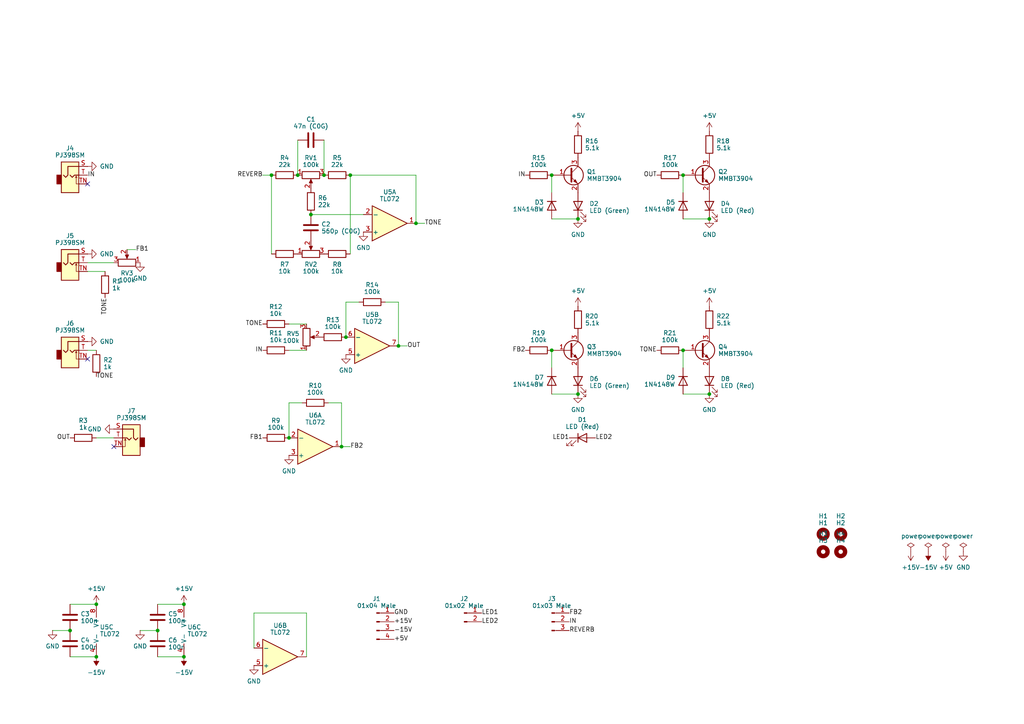
<source format=kicad_sch>
(kicad_sch (version 20211123) (generator "elektron")
  (paper "A4")
  (title_block (title "hall") (date "04-03-2023") (rev "1") (comment 1 "mount circuit") (comment 2 "module for a spring reverb tank.") (comment 4 "License CC BY 4.0 - Attribution 4.0 International"))
  (lib_symbols
    (symbol "Connector_Audio:AudioJack2_SwitchT"
      (property "Reference" "J" (at 0 8.89 0))
      (property "Value" "AudioJack2_SwitchT" (at 0 6.35 0))
      (symbol "AudioJack2_SwitchT_1_1"
        (pin passive line (at 5.08 2.54 180) (length 2.54) (name "~") (number "S"))
        (pin passive line (at 5.08 0 180) (length 2.54) (name "~") (number "T"))
        (pin passive line (at 5.08 -2.54 180) (length 2.54) (name "~") (number "TN"))
      )
    )
    (symbol "power:GND" (power) (pin_numbers hide) (pin_names (offset 0) hide)
      (property "Value" "GND" (at 0 -3.81 0))
      (symbol "GND_1_1"
        (pin power_in line (at 0 0 270) (length 0) (name "~") (number "1"))
      )
    )
    (symbol "Device:R_Potentiometer" (pin_names (offset 1.016) hide)
      (property "Reference" "RV" (at -4.445 0 90))
      (property "Value" "R_Potentiometer" (at -2.54 0 90))
      (symbol "R_Potentiometer_1_1"
        (pin passive line (at 0 3.81 270) (length 1.27) (name "1") (number "1"))
        (pin passive line (at 3.81 0 180) (length 1.27) (name "2") (number "2"))
        (pin passive line (at 0 -3.81 90) (length 1.27) (name "3") (number "3"))
      )
    )
    (symbol "Device:R" (pin_numbers hide) (pin_names (offset 0))
      (property "Reference" "R" (at 2.032 0 90))
      (property "Value" "R" (at 0 0 90))
      (symbol "R_1_1"
        (pin passive line (at 0 3.81 270) (length 1.27) (name "~") (number "1"))
        (pin passive line (at 0 -3.81 90) (length 1.27) (name "~") (number "2"))
      )
    )
    (symbol "Device:C" (pin_numbers hide) (pin_names (offset 0.254))
      (property "Reference" "C" (at 0.635 2.54 0))
      (property "Value" "C" (at 0.635 -2.54 0))
      (symbol "C_1_1"
        (pin passive line (at 0 3.81 270) (length 2.794) (name "~") (number "1"))
        (pin passive line (at 0 -3.81 90) (length 2.794) (name "~") (number "2"))
      )
    )
    (symbol "Amplifier_Operational:TL072" (pin_names (offset 0.127))
      (property "Reference" "U" (at 0 5.08 0))
      (property "Value" "TL072" (at 0 -5.08 0))
      (symbol TL072_1_1
        (pin output line (at 7.62 0 180) (length 2.54) (name "~") (number "1"))
        (pin input line (at -7.62 -2.54 0) (length 2.54) (name "-") (number "2"))
        (pin input line (at -7.62 2.54 0) (length 2.54) (name "+") (number "3"))
      )
      (symbol TL072_2_1
        (pin input line (at -7.62 2.54 0) (length 2.54) (name "+") (number "5"))
        (pin input line (at -7.62 -2.54 0) (length 2.54) (name "-") (number "6"))
        (pin output line (at 7.62 0 180) (length 2.54) (name "~") (number "7"))
      )
      (symbol TL072_3_1
        (pin power_in line (at -2.54 -7.62 90) (length 3.81) (name "V-") (number "4"))
        (pin power_in line (at -2.54 7.62 270) (length 3.81) (name "V+") (number "8"))
      )
    )
    (symbol "Device:LED" (pin_numbers hide) (pin_names (offset 1.016) hide)
      (property "Reference" "D" (at 0 2.54 0))
      (property "Value" "LED" (at 0 -2.54 0))
      (symbol "LED_1_1"
        (pin passive line (at -3.81 0 0) (length 2.54) (name "K") (number "1"))
        (pin passive line (at 3.81 0 180) (length 2.54) (name "A") (number "2"))
      )
    )
    (symbol "Transistor_BJT:MMBT3904" (pin_names (offset 0) hide)
      (property "Reference" "Q" (at 5.08 1.905 0))
      (property "Value" "MMBT3904" (at 5.08 0 0))
      (symbol MMBT3904_1_1
        (pin input line (at -5.08 0 0) (length 5.715) (name "B") (number "1"))
        (pin passive line (at 2.54 -5.08 90) (length 2.54) (name "E") (number "2"))
        (pin passive line (at 2.54 5.08 270) (length 2.54) (name "C") (number "3"))
      )
    )
    (symbol "power:+5V" (power) (pin_numbers hide) (pin_names (offset 0) hide)
      (property "Value" "+5V" (at 0 3.556 0))
      (symbol "+5V_1_1"
        (pin power_in line (at 0 0 90) (length 0) (name "~") (number "1"))
      )
    )
    (symbol "Diode:1N4148" (pin_numbers hide) (pin_names hide)
      (property "Reference" "D" (at 0 2.54 0))
      (property "Value" "1N4148" (at 0 -2.54 0))
      (symbol 1N4148_1_1
        (pin passive line (at -3.81 0 0) (length 2.54) (name "K") (number "1"))
        (pin passive line (at 3.81 0 180) (length 2.54) (name "A") (number "2"))
      )
    )
    (symbol "Connector:Conn_01x04_Pin" (pin_names (offset 1.016) hide)
      (property "Reference" "J" (at 0 5.08 0))
      (property "Value" "Conn_01x04_Pin" (at 0 -7.62 0))
      (symbol "Conn_01x04_Pin_1_1"
        (pin passive line (at 5.08 2.54 180) (length 3.81) (name "Pin_1") (number "1"))
        (pin passive line (at 5.08 0 180) (length 3.81) (name "Pin_2") (number "2"))
        (pin passive line (at 5.08 -2.54 180) (length 3.81) (name "Pin_3") (number "3"))
        (pin passive line (at 5.08 -5.08 180) (length 3.81) (name "Pin_4") (number "4"))
      )
    )
    (symbol "Connector:Conn_01x02_Pin" (pin_names (offset 1.016) hide)
      (property "Reference" "J" (at 0 2.54 0))
      (property "Value" "Conn_01x02_Pin" (at 0 -5.08 0))
      (symbol "Conn_01x02_Pin_1_1"
        (pin passive line (at 5.08 0 180) (length 3.81) (name "Pin_1") (number "1"))
        (pin passive line (at 5.08 -2.54 180) (length 3.81) (name "Pin_2") (number "2"))
      )
    )
    (symbol "Connector:Conn_01x03_Pin" (pin_names (offset 1.016) hide)
      (property "Reference" "J" (at 0 5.08 0))
      (property "Value" "Conn_01x03_Pin" (at 0 -5.08 0))
      (symbol "Conn_01x03_Pin_1_1"
        (pin passive line (at 5.08 2.54 180) (length 3.81) (name "Pin_1") (number "1"))
        (pin passive line (at 5.08 0 180) (length 3.81) (name "Pin_2") (number "2"))
        (pin passive line (at 5.08 -2.54 180) (length 3.81) (name "Pin_3") (number "3"))
      )
    )
    (symbol "power:+15V" (power) (pin_numbers hide) (pin_names (offset 0) hide)
      (property "Value" "+15V" (at 0 3.556 0))
      (symbol "+15V_1_1"
        (pin power_in line (at 0 0 90) (length 0) (name "~") (number "1"))
      )
    )
    (symbol "power:-15V" (power) (pin_numbers hide) (pin_names (offset 0) hide)
      (property "Value" "-15V" (at 0 3.556 0))
      (symbol "-15V_0_0"
        (pin power_in line (at 0 0 90) (length 0) (name "~") (number "1"))
      )
    )
    (symbol "power:PWR_FLAG" (power) (pin_numbers hide) (pin_names (offset 0) hide)
      (property "Value" "PWR_FLAG" (at 0 3.81 0))
      (symbol "PWR_FLAG_0_0"
        (pin power_out line (at 0 0 90) (length 0) (name "~") (number "1"))
      )
    )
    (symbol "Mechanical:MountingHole" (pin_names (offset 1.016)) (exclude_from_sim yes) (in_bom no)
      (property "Reference" "H" (at 0 5.08 0))
      (property "Value" "MountingHole" (at 0 3.175 0))
    )
  )
  (symbol (lib_id "Connector_Audio:AudioJack2_SwitchT") (at 20.32 50.8 0) (unit 1)
    (property "Reference" "J4" (at 20.32 42.99 0))
    (property "Value" "PJ398SM" (at 20.32 44.99 0))
    (property "Footprint" elektrophon:Jack_3.5mm_WQP-PJ398SM_Vertical (effects (hide yes) hide))
    (property "Description" "Audio Jack, 2 Poles (Mono / TS), Switched T Pole (Normalling)" (effects (hide yes)))
    (property "ki_keywords" "audio jack receptacle mono headphones phone TS connector" (effects (hide yes)))
    (property "ki_fp_filters" "Jack*" (effects (hide yes)))
  )
  (symbol (lib_id "power:GND") (at 25.4 48.26 90) (unit 1)
    (property "Reference" "GND" (effects (hide yes)))
    (property "Value" "GND" (at 28.94 48.260000000000005 -90) (effects (justify left)))
    (property "Description" "Power symbol creates a global label with name \"GND\" , ground" (effects (hide yes)))
    (property "ki_keywords" "global power" (effects (hide yes)))
  )
  (label "IN" (at 25.4 50.8 0))
  (no_connect (at 25.4 53.34))
  (symbol (lib_id "Connector_Audio:AudioJack2_SwitchT") (at 20.32 76.2 0) (unit 1)
    (property "Reference" "J5" (at 20.32 68.39 0))
    (property "Value" "PJ398SM" (at 20.32 70.39 0))
    (property "Footprint" elektrophon:Jack_3.5mm_WQP-PJ398SM_Vertical (effects (hide yes) hide))
    (property "Description" "Audio Jack, 2 Poles (Mono / TS), Switched T Pole (Normalling)" (effects (hide yes)))
    (property "ki_keywords" "audio jack receptacle mono headphones phone TS connector" (effects (hide yes)))
    (property "ki_fp_filters" "Jack*" (effects (hide yes)))
  )
  (symbol (lib_id "power:GND") (at 25.4 73.66 90) (unit 1)
    (property "Reference" "GND" (effects (hide yes)))
    (property "Value" "GND" (at 28.94 73.66 -90) (effects (justify left)))
    (property "Description" "Power symbol creates a global label with name \"GND\" , ground" (effects (hide yes)))
    (property "ki_keywords" "global power" (effects (hide yes)))
  )
  (wire (pts (xy 25.4 76.2) (xy 27.94 76.2)))
  (wire (pts (xy 27.94 76.2) (xy 33.02 76.2)))
  (symbol (lib_id "Device:R_Potentiometer") (at 36.83 76.2 90) (mirror y) (unit 1)
    (property "Reference" "RV3" (at 36.83 79.22 90))
    (property "Value" "100k" (at 36.83 81.22 90))
    (property "Footprint" elektrophon:Potentiometer_Alpha_RD901F-40-00D_Single_Vertical (effects (hide yes) hide))
    (property "Description" "Potentiometer" (effects (hide yes)))
    (property "ki_keywords" "resistor variable" (effects (hide yes)))
    (property "ki_fp_filters" "Potentiometer*" (effects (hide yes)))
    (property "Spice_Primitive" "X" (effects hide))
    (property "Spice_Model" "Potentiometer" (effects hide))
  )
  (wire (pts (xy 36.83 72.39) (xy 39.37 72.39)))
  (label "FB1" (at 39.37 72.39 0))
  (symbol (lib_id "power:GND") (at 40.64 76.2 0) (unit 1)
    (property "Reference" "GND" (effects (hide yes)))
    (property "Value" "GND" (at 40.64 80.74 0))
    (property "Description" "Power symbol creates a global label with name \"GND\" , ground" (effects (hide yes)))
    (property "ki_keywords" "global power" (effects (hide yes)))
  )
  (wire (pts (xy 25.4 78.74) (xy 30.48 78.74)))
  (symbol (lib_id "Device:R") (at 30.48 82.55 0) (unit 1)
    (property "Reference" "R1" (at 32.5 81.55 0) (effects (justify left)))
    (property "Value" "1k" (at 32.5 83.55 0) (effects (justify left)))
    (property "Footprint" Resistor_SMD:R_0805_2012Metric_Pad1.20x1.40mm_HandSolder (effects (hide yes) hide))
    (property "Description" "Resistor" (effects (hide yes)))
    (property "ki_keywords" "R res resistor" (effects (hide yes)))
    (property "ki_fp_filters" "R_*" (effects (hide yes)))
  )
  (label "TONE" (at 30.48 86.36 270))
  (symbol (lib_id "Connector_Audio:AudioJack2_SwitchT") (at 20.32 101.6 0) (unit 1)
    (property "Reference" "J6" (at 20.32 93.79 0))
    (property "Value" "PJ398SM" (at 20.32 95.79 0))
    (property "Footprint" elektrophon:Jack_3.5mm_WQP-PJ398SM_Vertical (effects (hide yes) hide))
    (property "Description" "Audio Jack, 2 Poles (Mono / TS), Switched T Pole (Normalling)" (effects (hide yes)))
    (property "ki_keywords" "audio jack receptacle mono headphones phone TS connector" (effects (hide yes)))
    (property "ki_fp_filters" "Jack*" (effects (hide yes)))
  )
  (symbol (lib_id "power:GND") (at 25.4 99.06 90) (unit 1)
    (property "Reference" "GND" (effects (hide yes)))
    (property "Value" "GND" (at 28.94 99.06 -90) (effects (justify left)))
    (property "Description" "Power symbol creates a global label with name \"GND\" , ground" (effects (hide yes)))
    (property "ki_keywords" "global power" (effects (hide yes)))
  )
  (wire (pts (xy 25.4 101.6) (xy 27.94 101.6)))
  (symbol (lib_id "Device:R") (at 27.94 105.41 0) (unit 1)
    (property "Reference" "R2" (at 29.96 104.41 0) (effects (justify left)))
    (property "Value" "1k" (at 29.96 106.41 0) (effects (justify left)))
    (property "Footprint" Resistor_SMD:R_0805_2012Metric_Pad1.20x1.40mm_HandSolder (effects (hide yes) hide))
    (property "Description" "Resistor" (effects (hide yes)))
    (property "ki_keywords" "R res resistor" (effects (hide yes)))
    (property "ki_fp_filters" "R_*" (effects (hide yes)))
  )
  (label "TONE" (at 27.94 109.22 0))
  (no_connect (at 25.4 104.14))
  (label "OUT" (at 20.32 127 180))
  (symbol (lib_id "Device:R") (at 24.13 127 90) (unit 1)
    (property "Reference" "R3" (at 24.13 121.98 -90))
    (property "Value" "1k" (at 24.13 123.98 -90))
    (property "Footprint" Resistor_SMD:R_0805_2012Metric_Pad1.20x1.40mm_HandSolder (effects (hide yes) hide))
    (property "Description" "Resistor" (effects (hide yes)))
    (property "ki_keywords" "R res resistor" (effects (hide yes)))
    (property "ki_fp_filters" "R_*" (effects (hide yes)))
  )
  (wire (pts (xy 27.94 127) (xy 33.02 127)))
  (symbol (lib_id "Connector_Audio:AudioJack2_SwitchT") (at 38.1 127 0) (mirror y) (unit 1)
    (property "Reference" "J7" (at 38.1 119.19 0))
    (property "Value" "PJ398SM" (at 38.1 121.19 0))
    (property "Footprint" elektrophon:Jack_3.5mm_WQP-PJ398SM_Vertical (effects (hide yes) hide))
    (property "Description" "Audio Jack, 2 Poles (Mono / TS), Switched T Pole (Normalling)" (effects (hide yes)))
    (property "ki_keywords" "audio jack receptacle mono headphones phone TS connector" (effects (hide yes)))
    (property "ki_fp_filters" "Jack*" (effects (hide yes)))
  )
  (symbol (lib_id "power:GND") (at 33.02 124.46 270) (unit 1)
    (property "Reference" "GND" (effects (hide yes)))
    (property "Value" "GND" (at 29.48 124.46000000000001 -270) (effects (justify right)))
    (property "Description" "Power symbol creates a global label with name \"GND\" , ground" (effects (hide yes)))
    (property "ki_keywords" "global power" (effects (hide yes)))
  )
  (no_connect (at 33.02 129.54))
  (label "REVERB" (at 76.2 50.8 180))
  (wire (pts (xy 76.2 50.8) (xy 78.74 50.8)))
  (junction (at 78.74 50.8))
  (symbol (lib_id "Device:R") (at 82.55 50.8 90) (unit 1)
    (property "Reference" "R4" (at 82.55 45.78 -90))
    (property "Value" "22k" (at 82.55 47.78 -90))
    (property "Footprint" Resistor_SMD:R_0805_2012Metric_Pad1.20x1.40mm_HandSolder (effects (hide yes) hide))
    (property "Description" "Resistor" (effects (hide yes)))
    (property "ki_keywords" "R res resistor" (effects (hide yes)))
    (property "ki_fp_filters" "R_*" (effects (hide yes)))
  )
  (junction (at 86.36 50.8))
  (symbol (lib_id "Device:R_Potentiometer") (at 90.17 50.8 90) (mirror x) (unit 1)
    (property "Reference" "RV1" (at 90.17 45.78 -90))
    (property "Value" "100k" (at 90.17 47.78 -90))
    (property "Footprint" elektrophon:Potentiometer_Alpha_RD901F-40-00D_Single_Vertical (effects (hide yes) hide))
    (property "Description" "Potentiometer" (effects (hide yes)))
    (property "ki_keywords" "resistor variable" (effects (hide yes)))
    (property "ki_fp_filters" "Potentiometer*" (effects (hide yes)))
    (property "Spice_Primitive" "X" (effects hide))
    (property "Spice_Netlist_Enabled" "Y" (effects hide))
    (property "Spice_Model" "Potentiometer" (effects hide))
  )
  (junction (at 93.98 50.8))
  (wire (pts (xy 93.98 50.8) (xy 93.98 40.64)))
  (wire (pts (xy 93.98 40.64) (xy 93.98 40.64)))
  (wire (pts (xy 86.36 40.64) (xy 86.36 40.64)))
  (symbol (lib_id "Device:C") (at 90.17 40.64 270) (unit 1)
    (property "Reference" "C1" (at 90.17 34.61 -270))
    (property "Value" "47n (C0G)" (at 90.17 36.61 -270))
    (property "Footprint" Capacitor_SMD:C_0805_2012Metric_Pad1.18x1.45mm_HandSolder (effects (hide yes) hide))
    (property "Description" "Unpolarized capacitor" (effects (hide yes)))
    (property "ki_keywords" "cap capacitor" (effects (hide yes)))
    (property "ki_fp_filters" "C_*" (effects (hide yes)))
  )
  (wire (pts (xy 86.36 40.64) (xy 86.36 50.8)))
  (symbol (lib_id "Device:R") (at 97.79 50.8 90) (unit 1)
    (property "Reference" "R5" (at 97.79 45.78 -90))
    (property "Value" "22k" (at 97.79 47.78 -90))
    (property "Footprint" Resistor_SMD:R_0805_2012Metric_Pad1.20x1.40mm_HandSolder (effects (hide yes) hide))
    (property "Description" "Resistor" (effects (hide yes)))
    (property "ki_keywords" "R res resistor" (effects (hide yes)))
    (property "ki_fp_filters" "R_*" (effects (hide yes)))
  )
  (junction (at 101.6 50.8))
  (symbol (lib_id "Device:R") (at 90.17 58.42 0) (unit 1)
    (property "Reference" "R6" (at 92.19 57.42 0) (effects (justify left)))
    (property "Value" "22k" (at 92.19 59.42 0) (effects (justify left)))
    (property "Footprint" Resistor_SMD:R_0805_2012Metric_Pad1.20x1.40mm_HandSolder (effects (hide yes) hide))
    (property "Description" "Resistor" (effects (hide yes)))
    (property "ki_keywords" "R res resistor" (effects (hide yes)))
    (property "ki_fp_filters" "R_*" (effects (hide yes)))
  )
  (junction (at 90.17 62.23))
  (symbol (lib_id "Device:C") (at 90.17 66.04 0) (unit 1)
    (property "Reference" "C2" (at 93.2 65.03999999999999 0) (effects (justify left)))
    (property "Value" "560p (C0G)" (at 93.2 67.03999999999999 0) (effects (justify left)))
    (property "Footprint" Capacitor_SMD:C_0805_2012Metric_Pad1.18x1.45mm_HandSolder (effects (hide yes) hide))
    (property "Description" "Unpolarized capacitor" (effects (hide yes)))
    (property "ki_keywords" "cap capacitor" (effects (hide yes)))
    (property "ki_fp_filters" "C_*" (effects (hide yes)))
  )
  (symbol (lib_id "Device:R_Potentiometer") (at 90.17 73.66 90) (unit 1)
    (property "Reference" "RV2" (at 90.17 76.68 90))
    (property "Value" "100k" (at 90.17 78.68 90))
    (property "Footprint" elektrophon:Potentiometer_Alpha_RD901F-40-00D_Single_Vertical (effects (hide yes) hide))
    (property "Description" "Potentiometer" (effects (hide yes)))
    (property "ki_keywords" "resistor variable" (effects (hide yes)))
    (property "ki_fp_filters" "Potentiometer*" (effects (hide yes)))
    (property "Spice_Netlist_Enabled" "Y" (effects hide))
    (property "Spice_Model" "Potentiometer1" (effects hide))
    (property "Spice_Primitive" "X" (effects hide))
  )
  (symbol (lib_id "Device:R") (at 82.55 73.66 270) (unit 1)
    (property "Reference" "R7" (at 82.55 76.68 270))
    (property "Value" "10k" (at 82.55 78.68 270))
    (property "Footprint" Resistor_SMD:R_0805_2012Metric_Pad1.20x1.40mm_HandSolder (effects (hide yes) hide))
    (property "Description" "Resistor" (effects (hide yes)))
    (property "ki_keywords" "R res resistor" (effects (hide yes)))
    (property "ki_fp_filters" "R_*" (effects (hide yes)))
  )
  (wire (pts (xy 78.74 73.66) (xy 78.74 50.8)))
  (symbol (lib_id "Device:R") (at 97.79 73.66 90) (unit 1)
    (property "Reference" "R8" (at 97.79 76.68 90))
    (property "Value" "10k" (at 97.79 78.68 90))
    (property "Footprint" Resistor_SMD:R_0805_2012Metric_Pad1.20x1.40mm_HandSolder (effects (hide yes) hide))
    (property "Description" "Resistor" (effects (hide yes)))
    (property "ki_keywords" "R res resistor" (effects (hide yes)))
    (property "ki_fp_filters" "R_*" (effects (hide yes)))
  )
  (wire (pts (xy 101.6 73.66) (xy 101.6 50.8)))
  (wire (pts (xy 90.17 62.23) (xy 105.41 62.23)))
  (symbol (lib_id "Amplifier_Operational:TL072") (at 113.03 64.77 0) (mirror x) (unit 1)
    (property "Reference" "U5" (at 113.03 55.69 0))
    (property "Value" "TL072" (at 113.03 57.69 0))
    (property "Footprint" Package_SO:SOIC-8_3.9x4.9mm_P1.27mm (effects (hide yes) hide))
    (property "Datasheet" "http://www.ti.com/lit/ds/symlink/tl071.pdf" (effects (hide yes)))
    (property "Description" "Dual Low-Noise JFET-Input Operational Amplifiers, DIP-8/SOIC-8" (effects (hide yes)))
    (property "ki_keywords" "dual opamp" (effects (hide yes)))
    (property "ki_fp_filters" "SOIC*3.9x4.9mm*P1.27mm* DIP*W7.62mm* TO*99* OnSemi*Micro8* TSSOP*3x3mm*P0.65mm* TSSOP*4.4x3mm*P0.65mm* MSOP*3x3mm*P0.65mm* SSOP*3.9x4.9mm*P0.635mm* LFCSP*2x2mm*P0.5mm* *SIP* SOIC*5.3x6.2mm*P1.27mm*" (effects (hide yes)))
    (property "Spice_Model" "TL072c" (effects hide))
    (property "Spice_Primitive" "X" (effects hide))
  )
  (symbol (lib_id "power:GND") (at 105.41 67.31 0) (unit 1)
    (property "Reference" "GND" (effects (hide yes)))
    (property "Value" "GND" (at 105.41 71.85 0))
    (property "Description" "Power symbol creates a global label with name \"GND\" , ground" (effects (hide yes)))
    (property "ki_keywords" "global power" (effects (hide yes)))
  )
  (junction (at 120.65 64.77))
  (wire (pts (xy 120.65 64.77) (xy 120.65 50.8)))
  (wire (pts (xy 120.65 50.8) (xy 101.6 50.8)))
  (wire (pts (xy 120.65 64.77) (xy 123.19 64.77)))
  (label "TONE" (at 123.19 64.77 0))
  (symbol (lib_id "Device:LED") (at 168.91 127 0) (unit 1)
    (property "Reference" "D1" (at 168.91 121.73 0))
    (property "Value" "LED (Red)" (at 168.91 123.73 0))
    (property "Footprint" LED_THT:LED_D5.0mm (effects (hide yes) hide))
    (property "Description" "Light emitting diode" (effects (hide yes)))
    (property "ki_keywords" "LED diode" (effects (hide yes)))
    (property "ki_fp_filters" "LED* LED_SMD:* LED_THT:*" (effects (hide yes)))
  )
  (label "LED1" (at 165.1 127 180))
  (label "LED2" (at 172.72 127 0))
  (label "FB1" (at 76.2 127 180))
  (symbol (lib_id "Device:R") (at 80.01 127 90) (unit 1)
    (property "Reference" "R9" (at 80.01 121.98 -90))
    (property "Value" "100k" (at 80.01 123.98 -90))
    (property "Footprint" Resistor_SMD:R_0805_2012Metric_Pad1.20x1.40mm_HandSolder (effects (hide yes) hide))
    (property "Description" "Resistor" (effects (hide yes)))
    (property "ki_keywords" "R res resistor" (effects (hide yes)))
    (property "ki_fp_filters" "R_*" (effects (hide yes)))
  )
  (symbol (lib_id "Amplifier_Operational:TL072") (at 91.44 129.54 0) (mirror x) (unit 1)
    (property "Reference" "U6" (at 91.44 120.46 0))
    (property "Value" "TL072" (at 91.44 122.46 0))
    (property "Footprint" Package_SO:SOIC-8_3.9x4.9mm_P1.27mm (effects (hide yes) hide))
    (property "Datasheet" "http://www.ti.com/lit/ds/symlink/tl071.pdf" (effects (hide yes)))
    (property "Description" "Dual Low-Noise JFET-Input Operational Amplifiers, DIP-8/SOIC-8" (effects (hide yes)))
    (property "ki_keywords" "dual opamp" (effects (hide yes)))
    (property "ki_fp_filters" "SOIC*3.9x4.9mm*P1.27mm* DIP*W7.62mm* TO*99* OnSemi*Micro8* TSSOP*3x3mm*P0.65mm* TSSOP*4.4x3mm*P0.65mm* MSOP*3x3mm*P0.65mm* SSOP*3.9x4.9mm*P0.635mm* LFCSP*2x2mm*P0.5mm* *SIP* SOIC*5.3x6.2mm*P1.27mm*" (effects (hide yes)))
    (property "Spice_Primitive" "X" (effects hide))
    (property "Spice_Model" "TL072c" (effects hide))
  )
  (symbol (lib_id "power:GND") (at 83.82 132.08 0) (unit 1)
    (property "Reference" "GND" (effects (hide yes)))
    (property "Value" "GND" (at 83.82 136.62 0))
    (property "Description" "Power symbol creates a global label with name \"GND\" , ground" (effects (hide yes)))
    (property "ki_keywords" "global power" (effects (hide yes)))
  )
  (wire (pts (xy 99.06 129.54) (xy 99.06 116.84)))
  (wire (pts (xy 99.06 116.84) (xy 95.25 116.84)))
  (wire (pts (xy 87.63 116.84) (xy 83.82 116.84)))
  (symbol (lib_id "Device:R") (at 91.44 116.84 270) (unit 1)
    (property "Reference" "R10" (at 91.44 111.82 -270))
    (property "Value" "100k" (at 91.44 113.82 -270))
    (property "Footprint" Resistor_SMD:R_0805_2012Metric_Pad1.20x1.40mm_HandSolder (effects (hide yes) hide))
    (property "Description" "Resistor" (effects (hide yes)))
    (property "ki_keywords" "R res resistor" (effects (hide yes)))
    (property "ki_fp_filters" "R_*" (effects (hide yes)))
  )
  (junction (at 83.82 127))
  (wire (pts (xy 83.82 116.84) (xy 83.82 127)))
  (junction (at 99.06 129.54))
  (wire (pts (xy 99.06 129.54) (xy 101.6 129.54)))
  (label "FB2" (at 101.6 129.54 0))
  (label "IN" (at 76.2 101.6 180))
  (symbol (lib_id "Device:R") (at 80.01 101.6 90) (unit 1)
    (property "Reference" "R11" (at 80.01 96.58 -90))
    (property "Value" "10k" (at 80.01 98.58 -90))
    (property "Footprint" Resistor_SMD:R_0805_2012Metric_Pad1.20x1.40mm_HandSolder (effects (hide yes) hide))
    (property "Description" "Resistor" (effects (hide yes)))
    (property "ki_keywords" "R res resistor" (effects (hide yes)))
    (property "ki_fp_filters" "R_*" (effects (hide yes)))
  )
  (wire (pts (xy 83.82 101.6) (xy 88.9 101.6)))
  (symbol (lib_id "Device:R_Potentiometer") (at 88.9 97.79 180) (mirror y) (unit 1)
    (property "Reference" "RV5" (at 86.88 96.78999999999999 0) (effects (justify right)))
    (property "Value" "100k" (at 86.88 98.78999999999999 0) (effects (justify right)))
    (property "Footprint" elektrophon:Potentiometer_Alpha_RD901F-40-00D_Single_Vertical (effects (hide yes) hide))
    (property "Description" "Potentiometer" (effects (hide yes)))
    (property "ki_keywords" "resistor variable" (effects (hide yes)))
    (property "ki_fp_filters" "Potentiometer*" (effects (hide yes)))
    (property "Spice_Netlist_Enabled" "Y" (effects hide))
    (property "Spice_Primitive" "X" (effects hide))
    (property "Spice_Model" "Potentiometer1" (effects hide))
  )
  (wire (pts (xy 88.9 93.98) (xy 83.82 93.98)))
  (symbol (lib_id "Device:R") (at 80.01 93.98 270) (unit 1)
    (property "Reference" "R12" (at 80.01 88.96 -270))
    (property "Value" "10k" (at 80.01 90.96 -270))
    (property "Footprint" Resistor_SMD:R_0805_2012Metric_Pad1.20x1.40mm_HandSolder (effects (hide yes) hide))
    (property "Description" "Resistor" (effects (hide yes)))
    (property "ki_keywords" "R res resistor" (effects (hide yes)))
    (property "ki_fp_filters" "R_*" (effects (hide yes)))
  )
  (label "TONE" (at 76.2 93.98 180))
  (symbol (lib_id "Device:R") (at 96.52 97.79 90) (unit 1)
    (property "Reference" "R13" (at 96.52 92.77 -90))
    (property "Value" "100k" (at 96.52 94.77 -90))
    (property "Footprint" Resistor_SMD:R_0805_2012Metric_Pad1.20x1.40mm_HandSolder (effects (hide yes) hide))
    (property "Description" "Resistor" (effects (hide yes)))
    (property "ki_keywords" "R res resistor" (effects (hide yes)))
    (property "ki_fp_filters" "R_*" (effects (hide yes)))
  )
  (symbol (lib_id "Amplifier_Operational:TL072") (at 107.95 100.33 0) (mirror x) (unit 2)
    (property "Reference" "U5" (at 107.95 91.25 0))
    (property "Value" "TL072" (at 107.95 93.25 0))
    (property "Footprint" Package_SO:SOIC-8_3.9x4.9mm_P1.27mm (effects (hide yes) hide))
    (property "Datasheet" "http://www.ti.com/lit/ds/symlink/tl071.pdf" (effects (hide yes)))
    (property "Description" "Dual Low-Noise JFET-Input Operational Amplifiers, DIP-8/SOIC-8" (effects (hide yes)))
    (property "ki_keywords" "dual opamp" (effects (hide yes)))
    (property "ki_fp_filters" "SOIC*3.9x4.9mm*P1.27mm* DIP*W7.62mm* TO*99* OnSemi*Micro8* TSSOP*3x3mm*P0.65mm* TSSOP*4.4x3mm*P0.65mm* MSOP*3x3mm*P0.65mm* SSOP*3.9x4.9mm*P0.635mm* LFCSP*2x2mm*P0.5mm* *SIP* SOIC*5.3x6.2mm*P1.27mm*" (effects (hide yes)))
    (property "Spice_Model" "TL072c" (effects hide))
    (property "Spice_Primitive" "X" (effects hide))
  )
  (symbol (lib_id "power:GND") (at 100.33 102.87 0) (unit 1)
    (property "Reference" "GND" (effects (hide yes)))
    (property "Value" "GND" (at 100.33 107.41 0))
    (property "Description" "Power symbol creates a global label with name \"GND\" , ground" (effects (hide yes)))
    (property "ki_keywords" "global power" (effects (hide yes)))
  )
  (junction (at 115.57 100.33))
  (wire (pts (xy 115.57 100.33) (xy 115.57 87.63)))
  (wire (pts (xy 115.57 87.63) (xy 111.76 87.63)))
  (wire (pts (xy 104.14 87.63) (xy 100.33 87.63)))
  (symbol (lib_id "Device:R") (at 107.95 87.63 270) (unit 1)
    (property "Reference" "R14" (at 107.95 82.61 -270))
    (property "Value" "100k" (at 107.95 84.61 -270))
    (property "Footprint" Resistor_SMD:R_0805_2012Metric_Pad1.20x1.40mm_HandSolder (effects (hide yes) hide))
    (property "Description" "Resistor" (effects (hide yes)))
    (property "ki_keywords" "R res resistor" (effects (hide yes)))
    (property "ki_fp_filters" "R_*" (effects (hide yes)))
  )
  (wire (pts (xy 100.33 87.63) (xy 100.33 97.79)))
  (junction (at 100.33 97.79))
  (wire (pts (xy 115.57 100.33) (xy 118.11 100.33)))
  (label "OUT" (at 118.11 100.33 0))
  (label "IN" (at 152.4 50.8 180))
  (symbol (lib_id "Device:R") (at 156.21 50.8 90) (unit 1)
    (property "Reference" "R15" (at 156.21 45.78 -90))
    (property "Value" "100k" (at 156.21 47.78 -90))
    (property "Footprint" Resistor_SMD:R_0805_2012Metric_Pad1.20x1.40mm_HandSolder (effects (hide yes) hide))
    (property "Description" "Resistor" (effects (hide yes)))
    (property "ki_keywords" "R res resistor" (effects (hide yes)))
    (property "ki_fp_filters" "R_*" (effects (hide yes)))
  )
  (junction (at 160.02 50.8))
  (symbol (lib_id "Transistor_BJT:MMBT3904") (at 165.1 50.8 0) (unit 1)
    (property "Reference" "Q1" (at 170.19 49.8 0) (effects (justify left)))
    (property "Value" "MMBT3904" (at 170.19 51.8 0) (effects (justify left)))
    (property "Footprint" Package_TO_SOT_SMD:SOT-23 (effects (hide yes) hide))
    (property "Datasheet" "https://www.onsemi.com/pdf/datasheet/pzt3904-d.pdf" (effects (hide yes)))
    (property "Description" "0.2A Ic, 40V Vce, Small Signal NPN Transistor, SOT-23" (effects (hide yes)))
    (property "ki_keywords" "NPN Transistor" (effects (hide yes)))
    (property "ki_fp_filters" "SOT?23*" (effects (hide yes)))
  )
  (symbol (lib_id "Device:R") (at 167.64 41.91 180) (unit 1)
    (property "Reference" "R16" (at 169.66 40.91 0) (effects (justify right)))
    (property "Value" "5.1k" (at 169.66 42.91 0) (effects (justify right)))
    (property "Footprint" Resistor_SMD:R_0805_2012Metric_Pad1.20x1.40mm_HandSolder (effects (hide yes) hide))
    (property "Description" "Resistor" (effects (hide yes)))
    (property "ki_keywords" "R res resistor" (effects (hide yes)))
    (property "ki_fp_filters" "R_*" (effects (hide yes)))
  )
  (symbol (lib_id "power:+5V") (at 167.64 38.1 0) (unit 1)
    (property "Reference" "+5V" (effects (hide yes)))
    (property "Value" "+5V" (at 167.64 33.56 0))
    (property "Description" "Power symbol creates a global label with name \"+5V\"" (effects (hide yes)))
    (property "ki_keywords" "global power" (effects (hide yes)))
  )
  (symbol (lib_id "Device:LED") (at 167.64 59.69 90) (unit 1)
    (property "Reference" "D2" (at 170.93 59.07000000000001 -90) (effects (justify left)))
    (property "Value" "LED (Green)" (at 170.93 61.07000000000001 -90) (effects (justify left)))
    (property "Footprint" LED_THT:LED_D3.0mm (effects (hide yes) hide))
    (property "Description" "Light emitting diode" (effects (hide yes)))
    (property "ki_keywords" "LED diode" (effects (hide yes)))
    (property "ki_fp_filters" "LED* LED_SMD:* LED_THT:*" (effects (hide yes)))
  )
  (junction (at 167.64 63.5))
  (symbol (lib_id "power:GND") (at 167.64 63.5 0) (unit 1)
    (property "Reference" "GND" (effects (hide yes)))
    (property "Value" "GND" (at 167.64 68.04 0))
    (property "Description" "Power symbol creates a global label with name \"GND\" , ground" (effects (hide yes)))
    (property "ki_keywords" "global power" (effects (hide yes)))
  )
  (wire (pts (xy 167.64 63.5) (xy 160.02 63.5)))
  (symbol (lib_id "Diode:1N4148") (at 160.02 59.69 270) (unit 1)
    (property "Reference" "D3" (at 157.75 58.69 -270) (effects (justify right)))
    (property "Value" "1N4148W" (at 157.75 60.69 -270) (effects (justify right)))
    (property "Footprint" Diode_SMD:D_SOD-123 (effects (hide yes) hide))
    (property "Datasheet" "https://assets.nexperia.com/documents/data-sheet/1N4148_1N4448.pdf" (effects (hide yes)))
    (property "Description" "100V 0.15A standard switching diode, DO-35" (effects (hide yes)))
    (property "Sim.Device" "D" (effects (hide yes)))
    (property "Sim.Pins" "1=K 2=A" (effects (hide yes)))
    (property "ki_keywords" "diode" (effects (hide yes)))
    (property "ki_fp_filters" "D*DO?35*" (effects (hide yes)))
  )
  (wire (pts (xy 160.02 55.88) (xy 160.02 50.8)))
  (label "OUT" (at 190.5 50.8 180))
  (symbol (lib_id "Device:R") (at 194.31 50.8 90) (unit 1)
    (property "Reference" "R17" (at 194.31 45.78 -90))
    (property "Value" "100k" (at 194.31 47.78 -90))
    (property "Footprint" Resistor_SMD:R_0805_2012Metric_Pad1.20x1.40mm_HandSolder (effects (hide yes) hide))
    (property "Description" "Resistor" (effects (hide yes)))
    (property "ki_keywords" "R res resistor" (effects (hide yes)))
    (property "ki_fp_filters" "R_*" (effects (hide yes)))
  )
  (junction (at 198.12 50.8))
  (symbol (lib_id "Transistor_BJT:MMBT3904") (at 203.2 50.8 0) (unit 1)
    (property "Reference" "Q2" (at 208.29 49.8 0) (effects (justify left)))
    (property "Value" "MMBT3904" (at 208.29 51.8 0) (effects (justify left)))
    (property "Footprint" Package_TO_SOT_SMD:SOT-23 (effects (hide yes) hide))
    (property "Datasheet" "https://www.onsemi.com/pdf/datasheet/pzt3904-d.pdf" (effects (hide yes)))
    (property "Description" "0.2A Ic, 40V Vce, Small Signal NPN Transistor, SOT-23" (effects (hide yes)))
    (property "ki_keywords" "NPN Transistor" (effects (hide yes)))
    (property "ki_fp_filters" "SOT?23*" (effects (hide yes)))
  )
  (symbol (lib_id "Device:R") (at 205.74 41.91 180) (unit 1)
    (property "Reference" "R18" (at 207.76 40.91 0) (effects (justify right)))
    (property "Value" "5.1k" (at 207.76 42.91 0) (effects (justify right)))
    (property "Footprint" Resistor_SMD:R_0805_2012Metric_Pad1.20x1.40mm_HandSolder (effects (hide yes) hide))
    (property "Description" "Resistor" (effects (hide yes)))
    (property "ki_keywords" "R res resistor" (effects (hide yes)))
    (property "ki_fp_filters" "R_*" (effects (hide yes)))
  )
  (symbol (lib_id "power:+5V") (at 205.74 38.1 0) (unit 1)
    (property "Reference" "+5V" (effects (hide yes)))
    (property "Value" "+5V" (at 205.74 33.56 0))
    (property "Description" "Power symbol creates a global label with name \"+5V\"" (effects (hide yes)))
    (property "ki_keywords" "global power" (effects (hide yes)))
  )
  (symbol (lib_id "Device:LED") (at 205.74 59.69 90) (unit 1)
    (property "Reference" "D4" (at 209.03 59.07000000000001 -90) (effects (justify left)))
    (property "Value" "LED (Red)" (at 209.03 61.07000000000001 -90) (effects (justify left)))
    (property "Footprint" LED_THT:LED_D3.0mm (effects (hide yes) hide))
    (property "Description" "Light emitting diode" (effects (hide yes)))
    (property "ki_keywords" "LED diode" (effects (hide yes)))
    (property "ki_fp_filters" "LED* LED_SMD:* LED_THT:*" (effects (hide yes)))
  )
  (junction (at 205.74 63.5))
  (symbol (lib_id "power:GND") (at 205.74 63.5 0) (unit 1)
    (property "Reference" "GND" (effects (hide yes)))
    (property "Value" "GND" (at 205.74 68.04 0))
    (property "Description" "Power symbol creates a global label with name \"GND\" , ground" (effects (hide yes)))
    (property "ki_keywords" "global power" (effects (hide yes)))
  )
  (wire (pts (xy 205.74 63.5) (xy 198.12 63.5)))
  (symbol (lib_id "Diode:1N4148") (at 198.12 59.69 270) (unit 1)
    (property "Reference" "D5" (at 195.85 58.69 -270) (effects (justify right)))
    (property "Value" "1N4148W" (at 195.85 60.69 -270) (effects (justify right)))
    (property "Footprint" Diode_SMD:D_SOD-123 (effects (hide yes) hide))
    (property "Datasheet" "https://assets.nexperia.com/documents/data-sheet/1N4148_1N4448.pdf" (effects (hide yes)))
    (property "Description" "100V 0.15A standard switching diode, DO-35" (effects (hide yes)))
    (property "Sim.Device" "D" (effects (hide yes)))
    (property "Sim.Pins" "1=K 2=A" (effects (hide yes)))
    (property "ki_keywords" "diode" (effects (hide yes)))
    (property "ki_fp_filters" "D*DO?35*" (effects (hide yes)))
  )
  (wire (pts (xy 198.12 55.88) (xy 198.12 50.8)))
  (label "FB2" (at 152.4 101.6 180))
  (symbol (lib_id "Device:R") (at 156.21 101.6 90) (unit 1)
    (property "Reference" "R19" (at 156.21 96.58 -90))
    (property "Value" "100k" (at 156.21 98.58 -90))
    (property "Footprint" Resistor_SMD:R_0805_2012Metric_Pad1.20x1.40mm_HandSolder (effects (hide yes) hide))
    (property "Description" "Resistor" (effects (hide yes)))
    (property "ki_keywords" "R res resistor" (effects (hide yes)))
    (property "ki_fp_filters" "R_*" (effects (hide yes)))
  )
  (junction (at 160.02 101.6))
  (symbol (lib_id "Transistor_BJT:MMBT3904") (at 165.1 101.6 0) (unit 1)
    (property "Reference" "Q3" (at 170.19 100.6 0) (effects (justify left)))
    (property "Value" "MMBT3904" (at 170.19 102.6 0) (effects (justify left)))
    (property "Footprint" Package_TO_SOT_SMD:SOT-23 (effects (hide yes) hide))
    (property "Datasheet" "https://www.onsemi.com/pdf/datasheet/pzt3904-d.pdf" (effects (hide yes)))
    (property "Description" "0.2A Ic, 40V Vce, Small Signal NPN Transistor, SOT-23" (effects (hide yes)))
    (property "ki_keywords" "NPN Transistor" (effects (hide yes)))
    (property "ki_fp_filters" "SOT?23*" (effects (hide yes)))
  )
  (symbol (lib_id "Device:R") (at 167.64 92.71 180) (unit 1)
    (property "Reference" "R20" (at 169.66 91.71000000000001 0) (effects (justify right)))
    (property "Value" "5.1k" (at 169.66 93.71000000000001 0) (effects (justify right)))
    (property "Footprint" Resistor_SMD:R_0805_2012Metric_Pad1.20x1.40mm_HandSolder (effects (hide yes) hide))
    (property "Description" "Resistor" (effects (hide yes)))
    (property "ki_keywords" "R res resistor" (effects (hide yes)))
    (property "ki_fp_filters" "R_*" (effects (hide yes)))
  )
  (symbol (lib_id "power:+5V") (at 167.64 88.9 0) (unit 1)
    (property "Reference" "+5V" (effects (hide yes)))
    (property "Value" "+5V" (at 167.64 84.36 0))
    (property "Description" "Power symbol creates a global label with name \"+5V\"" (effects (hide yes)))
    (property "ki_keywords" "global power" (effects (hide yes)))
  )
  (symbol (lib_id "Device:LED") (at 167.64 110.49 90) (unit 1)
    (property "Reference" "D6" (at 170.93 109.87 -90) (effects (justify left)))
    (property "Value" "LED (Green)" (at 170.93 111.87 -90) (effects (justify left)))
    (property "Footprint" LED_THT:LED_D3.0mm (effects (hide yes) hide))
    (property "Description" "Light emitting diode" (effects (hide yes)))
    (property "ki_keywords" "LED diode" (effects (hide yes)))
    (property "ki_fp_filters" "LED* LED_SMD:* LED_THT:*" (effects (hide yes)))
  )
  (junction (at 167.64 114.3))
  (symbol (lib_id "power:GND") (at 167.64 114.3 0) (unit 1)
    (property "Reference" "GND" (effects (hide yes)))
    (property "Value" "GND" (at 167.64 118.84 0))
    (property "Description" "Power symbol creates a global label with name \"GND\" , ground" (effects (hide yes)))
    (property "ki_keywords" "global power" (effects (hide yes)))
  )
  (wire (pts (xy 167.64 114.3) (xy 160.02 114.3)))
  (symbol (lib_id "Diode:1N4148") (at 160.02 110.49 270) (unit 1)
    (property "Reference" "D7" (at 157.75 109.49000000000001 -270) (effects (justify right)))
    (property "Value" "1N4148W" (at 157.75 111.49000000000001 -270) (effects (justify right)))
    (property "Footprint" Diode_SMD:D_SOD-123 (effects (hide yes) hide))
    (property "Datasheet" "https://assets.nexperia.com/documents/data-sheet/1N4148_1N4448.pdf" (effects (hide yes)))
    (property "Description" "100V 0.15A standard switching diode, DO-35" (effects (hide yes)))
    (property "Sim.Device" "D" (effects (hide yes)))
    (property "Sim.Pins" "1=K 2=A" (effects (hide yes)))
    (property "ki_keywords" "diode" (effects (hide yes)))
    (property "ki_fp_filters" "D*DO?35*" (effects (hide yes)))
  )
  (wire (pts (xy 160.02 106.68) (xy 160.02 101.6)))
  (label "TONE" (at 190.5 101.6 180))
  (symbol (lib_id "Device:R") (at 194.31 101.6 90) (unit 1)
    (property "Reference" "R21" (at 194.31 96.58 -90))
    (property "Value" "100k" (at 194.31 98.58 -90))
    (property "Footprint" Resistor_SMD:R_0805_2012Metric_Pad1.20x1.40mm_HandSolder (effects (hide yes) hide))
    (property "Description" "Resistor" (effects (hide yes)))
    (property "ki_keywords" "R res resistor" (effects (hide yes)))
    (property "ki_fp_filters" "R_*" (effects (hide yes)))
  )
  (junction (at 198.12 101.6))
  (symbol (lib_id "Transistor_BJT:MMBT3904") (at 203.2 101.6 0) (unit 1)
    (property "Reference" "Q4" (at 208.29 100.6 0) (effects (justify left)))
    (property "Value" "MMBT3904" (at 208.29 102.6 0) (effects (justify left)))
    (property "Footprint" Package_TO_SOT_SMD:SOT-23 (effects (hide yes) hide))
    (property "Datasheet" "https://www.onsemi.com/pdf/datasheet/pzt3904-d.pdf" (effects (hide yes)))
    (property "Description" "0.2A Ic, 40V Vce, Small Signal NPN Transistor, SOT-23" (effects (hide yes)))
    (property "ki_keywords" "NPN Transistor" (effects (hide yes)))
    (property "ki_fp_filters" "SOT?23*" (effects (hide yes)))
  )
  (symbol (lib_id "Device:R") (at 205.74 92.71 180) (unit 1)
    (property "Reference" "R22" (at 207.76 91.71000000000001 0) (effects (justify right)))
    (property "Value" "5.1k" (at 207.76 93.71000000000001 0) (effects (justify right)))
    (property "Footprint" Resistor_SMD:R_0805_2012Metric_Pad1.20x1.40mm_HandSolder (effects (hide yes) hide))
    (property "Description" "Resistor" (effects (hide yes)))
    (property "ki_keywords" "R res resistor" (effects (hide yes)))
    (property "ki_fp_filters" "R_*" (effects (hide yes)))
  )
  (symbol (lib_id "power:+5V") (at 205.74 88.9 0) (unit 1)
    (property "Reference" "+5V" (effects (hide yes)))
    (property "Value" "+5V" (at 205.74 84.36 0))
    (property "Description" "Power symbol creates a global label with name \"+5V\"" (effects (hide yes)))
    (property "ki_keywords" "global power" (effects (hide yes)))
  )
  (symbol (lib_id "Device:LED") (at 205.74 110.49 90) (unit 1)
    (property "Reference" "D8" (at 209.03 109.87 -90) (effects (justify left)))
    (property "Value" "LED (Red)" (at 209.03 111.87 -90) (effects (justify left)))
    (property "Footprint" LED_THT:LED_D3.0mm (effects (hide yes) hide))
    (property "Description" "Light emitting diode" (effects (hide yes)))
    (property "ki_keywords" "LED diode" (effects (hide yes)))
    (property "ki_fp_filters" "LED* LED_SMD:* LED_THT:*" (effects (hide yes)))
  )
  (junction (at 205.74 114.3))
  (symbol (lib_id "power:GND") (at 205.74 114.3 0) (unit 1)
    (property "Reference" "GND" (effects (hide yes)))
    (property "Value" "GND" (at 205.74 118.84 0))
    (property "Description" "Power symbol creates a global label with name \"GND\" , ground" (effects (hide yes)))
    (property "ki_keywords" "global power" (effects (hide yes)))
  )
  (wire (pts (xy 205.74 114.3) (xy 198.12 114.3)))
  (symbol (lib_id "Diode:1N4148") (at 198.12 110.49 270) (unit 1)
    (property "Reference" "D9" (at 195.85 109.49000000000001 -270) (effects (justify right)))
    (property "Value" "1N4148W" (at 195.85 111.49000000000001 -270) (effects (justify right)))
    (property "Footprint" Diode_SMD:D_SOD-123 (effects (hide yes) hide))
    (property "Datasheet" "https://assets.nexperia.com/documents/data-sheet/1N4148_1N4448.pdf" (effects (hide yes)))
    (property "Description" "100V 0.15A standard switching diode, DO-35" (effects (hide yes)))
    (property "Sim.Device" "D" (effects (hide yes)))
    (property "Sim.Pins" "1=K 2=A" (effects (hide yes)))
    (property "ki_keywords" "diode" (effects (hide yes)))
    (property "ki_fp_filters" "D*DO?35*" (effects (hide yes)))
  )
  (wire (pts (xy 198.12 106.68) (xy 198.12 101.6)))
  (symbol (lib_id "Connector:Conn_01x04_Pin") (at 109.22 180.34 0) (unit 1)
    (property "Reference" "J1" (at 109.22 173.67 0))
    (property "Value" "01x04 Male" (at 109.22 175.67 0))
    (property "Footprint" Connector_PinHeader_2.54mm:PinHeader_1x04_P2.54mm_Vertical (effects (hide yes) hide))
    (property "Description" "Generic connector, single row, 01x04, script generated" (effects (hide yes)))
    (property "ki_keywords" "connector" (effects (hide yes)))
    (property "ki_fp_filters" "Connector*:*_1x??_*" (effects (hide yes)))
  )
  (label "GND" (at 114.3 177.8 0))
  (label "+15V" (at 114.3 180.34 0))
  (label "-15V" (at 114.3 182.88 0))
  (label "+5V" (at 114.3 185.42 0))
  (symbol (lib_id "Connector:Conn_01x02_Pin") (at 134.62 177.8 0) (unit 1)
    (property "Reference" "J2" (at 134.62 173.67 0))
    (property "Value" "01x02 Male" (at 134.62 175.67 0))
    (property "Footprint" Connector_PinHeader_2.54mm:PinHeader_1x02_P2.54mm_Vertical (effects (hide yes) hide))
    (property "Description" "Generic connector, single row, 01x02, script generated" (effects (hide yes)))
    (property "ki_keywords" "connector" (effects (hide yes)))
    (property "ki_fp_filters" "Connector*:*_1x??_*" (effects (hide yes)))
  )
  (label "LED1" (at 139.7 177.8 0))
  (label "LED2" (at 139.7 180.34 0))
  (symbol (lib_id "Connector:Conn_01x03_Pin") (at 160.02 180.34 0) (unit 1)
    (property "Reference" "J3" (at 160.02 173.67 0))
    (property "Value" "01x03 Male" (at 160.02 175.67 0))
    (property "Footprint" Connector_PinHeader_2.54mm:PinHeader_1x03_P2.54mm_Vertical (effects (hide yes) hide))
    (property "Description" "Generic connector, single row, 01x03, script generated" (effects (hide yes)))
    (property "ki_keywords" "connector" (effects (hide yes)))
    (property "ki_fp_filters" "Connector*:*_1x??_*" (effects (hide yes)))
  )
  (label "FB2" (at 165.1 177.8 0))
  (label "IN" (at 165.1 180.34 0))
  (label "REVERB" (at 165.1 182.88 0))
  (symbol (lib_id "Amplifier_Operational:TL072") (at 81.28 190.5 0) (mirror x) (unit 2)
    (property "Reference" "U6" (at 81.28 181.42 0))
    (property "Value" "TL072" (at 81.28 183.42 0))
    (property "Footprint" Package_SO:SOIC-8_3.9x4.9mm_P1.27mm (effects (hide yes) hide))
    (property "Datasheet" "http://www.ti.com/lit/ds/symlink/tl071.pdf" (effects (hide yes)))
    (property "Description" "Dual Low-Noise JFET-Input Operational Amplifiers, DIP-8/SOIC-8" (effects (hide yes)))
    (property "ki_keywords" "dual opamp" (effects (hide yes)))
    (property "ki_fp_filters" "SOIC*3.9x4.9mm*P1.27mm* DIP*W7.62mm* TO*99* OnSemi*Micro8* TSSOP*3x3mm*P0.65mm* TSSOP*4.4x3mm*P0.65mm* MSOP*3x3mm*P0.65mm* SSOP*3.9x4.9mm*P0.635mm* LFCSP*2x2mm*P0.5mm* *SIP* SOIC*5.3x6.2mm*P1.27mm*" (effects (hide yes)))
    (property "Spice_Model" "TL072c" (effects hide))
    (property "Spice_Primitive" "X" (effects hide))
  )
  (symbol (lib_id "power:GND") (at 73.66 193.04 0) (unit 1)
    (property "Reference" "GND" (effects (hide yes)))
    (property "Value" "GND" (at 73.66 197.58 0))
    (property "Description" "Power symbol creates a global label with name \"GND\" , ground" (effects (hide yes)))
    (property "ki_keywords" "global power" (effects (hide yes)))
  )
  (wire (pts (xy 88.9 190.5) (xy 88.9 177.8)))
  (wire (pts (xy 88.9 177.8) (xy 73.66 177.8)))
  (wire (pts (xy 73.66 177.8) (xy 73.66 187.96)))
  (symbol (lib_id "Amplifier_Operational:TL072") (at 30.48 182.88 0) (unit 3)
    (property "Reference" "U5" (at 28.94 181.88 0) (effects (justify left)))
    (property "Value" "TL072" (at 28.94 183.88 0) (effects (justify left)))
    (property "Footprint" Package_SO:SOIC-8_3.9x4.9mm_P1.27mm (effects (hide yes) hide))
    (property "Datasheet" "http://www.ti.com/lit/ds/symlink/tl071.pdf" (effects (hide yes)))
    (property "Description" "Dual Low-Noise JFET-Input Operational Amplifiers, DIP-8/SOIC-8" (effects (hide yes)))
    (property "ki_keywords" "dual opamp" (effects (hide yes)))
    (property "ki_fp_filters" "SOIC*3.9x4.9mm*P1.27mm* DIP*W7.62mm* TO*99* OnSemi*Micro8* TSSOP*3x3mm*P0.65mm* TSSOP*4.4x3mm*P0.65mm* MSOP*3x3mm*P0.65mm* SSOP*3.9x4.9mm*P0.635mm* LFCSP*2x2mm*P0.5mm* *SIP* SOIC*5.3x6.2mm*P1.27mm*" (effects (hide yes)))
    (property "Spice_Model" "TL072c" (effects hide))
    (property "Spice_Primitive" "X" (effects hide))
  )
  (symbol (lib_id "power:+15V") (at 27.94 175.26 0) (unit 1)
    (property "Reference" "+15V" (effects (hide yes)))
    (property "Value" "+15V" (at 27.94 170.72 0))
    (property "Description" "Power symbol creates a global label with name \"+15V\"" (effects (hide yes)))
    (property "ki_keywords" "global power" (effects (hide yes)))
  )
  (symbol (lib_id "power:-15V") (at 27.94 190.5 180) (unit 1)
    (property "Reference" "-15V" (effects (hide yes)))
    (property "Value" "-15V" (at 27.94 195.04 0))
    (property "Description" "Power symbol creates a global label with name \"-15V\"" (effects (hide yes)))
    (property "ki_keywords" "global power" (effects (hide yes)))
  )
  (junction (at 27.94 175.26))
  (wire (pts (xy 27.94 175.26) (xy 20.32 175.26)))
  (symbol (lib_id "Device:C") (at 20.32 179.07 0) (unit 1)
    (property "Reference" "C3" (at 23.35 178.07 0) (effects (justify left)))
    (property "Value" "100n" (at 23.35 180.07 0) (effects (justify left)))
    (property "Footprint" Capacitor_SMD:C_0805_2012Metric_Pad1.18x1.45mm_HandSolder (effects (hide yes) hide))
    (property "Description" "Unpolarized capacitor" (effects (hide yes)))
    (property "ki_keywords" "cap capacitor" (effects (hide yes)))
    (property "ki_fp_filters" "C_*" (effects (hide yes)))
    (property "Spice_Netlist_Enabled" "false" (effects hide))
  )
  (junction (at 20.32 182.88))
  (symbol (lib_id "Device:C") (at 20.32 186.69 0) (unit 1)
    (property "Reference" "C4" (at 23.35 185.69 0) (effects (justify left)))
    (property "Value" "100n" (at 23.35 187.69 0) (effects (justify left)))
    (property "Footprint" Capacitor_SMD:C_0805_2012Metric_Pad1.18x1.45mm_HandSolder (effects (hide yes) hide))
    (property "Description" "Unpolarized capacitor" (effects (hide yes)))
    (property "ki_keywords" "cap capacitor" (effects (hide yes)))
    (property "ki_fp_filters" "C_*" (effects (hide yes)))
    (property "Spice_Netlist_Enabled" "false" (effects hide))
  )
  (wire (pts (xy 20.32 190.5) (xy 27.94 190.5)))
  (junction (at 27.94 190.5))
  (wire (pts (xy 20.32 182.88) (xy 15.24 182.88)))
  (symbol (lib_id "power:GND") (at 15.24 182.88 0) (unit 1)
    (property "Reference" "GND" (effects (hide yes)))
    (property "Value" "GND" (at 15.24 187.42 0))
    (property "Description" "Power symbol creates a global label with name \"GND\" , ground" (effects (hide yes)))
    (property "ki_keywords" "global power" (effects (hide yes)))
  )
  (symbol (lib_id "Amplifier_Operational:TL072") (at 55.88 182.88 0) (unit 3)
    (property "Reference" "U6" (at 54.34 181.88 0) (effects (justify left)))
    (property "Value" "TL072" (at 54.34 183.88 0) (effects (justify left)))
    (property "Footprint" Package_SO:SOIC-8_3.9x4.9mm_P1.27mm (effects (hide yes) hide))
    (property "Datasheet" "http://www.ti.com/lit/ds/symlink/tl071.pdf" (effects (hide yes)))
    (property "Description" "Dual Low-Noise JFET-Input Operational Amplifiers, DIP-8/SOIC-8" (effects (hide yes)))
    (property "ki_keywords" "dual opamp" (effects (hide yes)))
    (property "ki_fp_filters" "SOIC*3.9x4.9mm*P1.27mm* DIP*W7.62mm* TO*99* OnSemi*Micro8* TSSOP*3x3mm*P0.65mm* TSSOP*4.4x3mm*P0.65mm* MSOP*3x3mm*P0.65mm* SSOP*3.9x4.9mm*P0.635mm* LFCSP*2x2mm*P0.5mm* *SIP* SOIC*5.3x6.2mm*P1.27mm*" (effects (hide yes)))
    (property "Spice_Model" "TL072c" (effects hide))
    (property "Spice_Primitive" "X" (effects hide))
  )
  (symbol (lib_id "power:+15V") (at 53.34 175.26 0) (unit 1)
    (property "Reference" "+15V" (effects (hide yes)))
    (property "Value" "+15V" (at 53.34 170.72 0))
    (property "Description" "Power symbol creates a global label with name \"+15V\"" (effects (hide yes)))
    (property "ki_keywords" "global power" (effects (hide yes)))
  )
  (symbol (lib_id "power:-15V") (at 53.34 190.5 180) (unit 1)
    (property "Reference" "-15V" (effects (hide yes)))
    (property "Value" "-15V" (at 53.34 195.04 0))
    (property "Description" "Power symbol creates a global label with name \"-15V\"" (effects (hide yes)))
    (property "ki_keywords" "global power" (effects (hide yes)))
  )
  (junction (at 53.34 175.26))
  (wire (pts (xy 53.34 175.26) (xy 45.72 175.26)))
  (symbol (lib_id "Device:C") (at 45.72 179.07 0) (unit 1)
    (property "Reference" "C5" (at 48.75 178.07 0) (effects (justify left)))
    (property "Value" "100n" (at 48.75 180.07 0) (effects (justify left)))
    (property "Footprint" Capacitor_SMD:C_0805_2012Metric_Pad1.18x1.45mm_HandSolder (effects (hide yes) hide))
    (property "Description" "Unpolarized capacitor" (effects (hide yes)))
    (property "ki_keywords" "cap capacitor" (effects (hide yes)))
    (property "ki_fp_filters" "C_*" (effects (hide yes)))
    (property "Spice_Netlist_Enabled" "false" (effects hide))
  )
  (junction (at 45.72 182.88))
  (symbol (lib_id "Device:C") (at 45.72 186.69 0) (unit 1)
    (property "Reference" "C6" (at 48.75 185.69 0) (effects (justify left)))
    (property "Value" "100n" (at 48.75 187.69 0) (effects (justify left)))
    (property "Footprint" Capacitor_SMD:C_0805_2012Metric_Pad1.18x1.45mm_HandSolder (effects (hide yes) hide))
    (property "Description" "Unpolarized capacitor" (effects (hide yes)))
    (property "ki_keywords" "cap capacitor" (effects (hide yes)))
    (property "ki_fp_filters" "C_*" (effects (hide yes)))
    (property "Spice_Netlist_Enabled" "false" (effects hide))
  )
  (wire (pts (xy 45.72 190.5) (xy 53.34 190.5)))
  (junction (at 53.34 190.5))
  (wire (pts (xy 45.72 182.88) (xy 40.64 182.88)))
  (symbol (lib_id "power:GND") (at 40.64 182.88 0) (unit 1)
    (property "Reference" "GND" (effects (hide yes)))
    (property "Value" "GND" (at 40.64 187.42 0))
    (property "Description" "Power symbol creates a global label with name \"GND\" , ground" (effects (hide yes)))
    (property "ki_keywords" "global power" (effects (hide yes)))
  )
  (symbol (lib_id "power:PWR_FLAG") (at 264.16 160.02 0) (unit 1)
    (property "Reference" "P1" (effects (hide yes)))
    (property "Value" "power" (at 264.16 155.48 0))
    (property "Description" "Special symbol for telling ERC where power comes from" (effects (hide yes)))
    (property "ki_keywords" "flag power" (effects (hide yes)))
  )
  (symbol (lib_id "power:+15V") (at 264.16 160.02 180) (unit 1)
    (property "Reference" "+15V" (effects (hide yes)))
    (property "Value" "+15V" (at 264.16 164.56 0))
    (property "Description" "Power symbol creates a global label with name \"+15V\"" (effects (hide yes)))
    (property "ki_keywords" "global power" (effects (hide yes)))
  )
  (symbol (lib_id "power:PWR_FLAG") (at 269.24 160.02 0) (unit 1)
    (property "Reference" "P2" (effects (hide yes)))
    (property "Value" "power" (at 269.24 155.48 0))
    (property "Description" "Special symbol for telling ERC where power comes from" (effects (hide yes)))
    (property "ki_keywords" "flag power" (effects (hide yes)))
  )
  (symbol (lib_id "power:-15V") (at 269.24 160.02 180) (unit 1)
    (property "Reference" "-15V" (effects (hide yes)))
    (property "Value" "-15V" (at 269.24 164.56 0))
    (property "Description" "Power symbol creates a global label with name \"-15V\"" (effects (hide yes)))
    (property "ki_keywords" "global power" (effects (hide yes)))
  )
  (symbol (lib_id "power:PWR_FLAG") (at 274.32 160.02 0) (unit 1)
    (property "Reference" "P3" (effects (hide yes)))
    (property "Value" "power" (at 274.32 155.48 0))
    (property "Description" "Special symbol for telling ERC where power comes from" (effects (hide yes)))
    (property "ki_keywords" "flag power" (effects (hide yes)))
  )
  (symbol (lib_id "power:+5V") (at 274.32 160.02 180) (unit 1)
    (property "Reference" "+5V" (effects (hide yes)))
    (property "Value" "+5V" (at 274.32 164.56 0))
    (property "Description" "Power symbol creates a global label with name \"+5V\"" (effects (hide yes)))
    (property "ki_keywords" "global power" (effects (hide yes)))
  )
  (symbol (lib_id "power:PWR_FLAG") (at 279.4 160.02 0) (unit 1)
    (property "Reference" "P4" (effects (hide yes)))
    (property "Value" "power" (at 279.4 155.48 0))
    (property "Description" "Special symbol for telling ERC where power comes from" (effects (hide yes)))
    (property "ki_keywords" "flag power" (effects (hide yes)))
  )
  (symbol (lib_id "power:GND") (at 279.4 160.02 0) (unit 1)
    (property "Reference" "GND" (effects (hide yes)))
    (property "Value" "GND" (at 279.4 164.56 0))
    (property "Description" "Power symbol creates a global label with name \"GND\" , ground" (effects (hide yes)))
    (property "ki_keywords" "global power" (effects (hide yes)))
  )
  (symbol (lib_id "Mechanical:MountingHole") (at 238.76 154.94 0) (unit 1) (exclude_from_sim yes) (in_bom no)
    (property "Reference" "H1" (at 238.76 149.67 0))
    (property "Value" "H1" (at 238.76 151.67 0))
    (property "Footprint" MountingHole:MountingHole_2.2mm_M2 (effects (hide yes) hide))
    (property "Description" "Mounting Hole without connection" (effects (hide yes)))
    (property "ki_keywords" "mounting hole" (effects (hide yes)))
    (property "ki_fp_filters" "MountingHole*" (effects (hide yes)))
  )
  (symbol (lib_id "Mechanical:MountingHole") (at 243.84 154.94 0) (unit 1) (exclude_from_sim yes) (in_bom no)
    (property "Reference" "H2" (at 243.84 149.67 0))
    (property "Value" "H2" (at 243.84 151.67 0))
    (property "Footprint" MountingHole:MountingHole_2.2mm_M2 (effects (hide yes) hide))
    (property "Description" "Mounting Hole without connection" (effects (hide yes)))
    (property "ki_keywords" "mounting hole" (effects (hide yes)))
    (property "ki_fp_filters" "MountingHole*" (effects (hide yes)))
  )
  (symbol (lib_id "Mechanical:MountingHole") (at 238.76 160.02 0) (unit 1) (exclude_from_sim yes) (in_bom no)
    (property "Reference" "H3" (at 238.76 154.75 0))
    (property "Value" "H3" (at 238.76 156.75 0))
    (property "Footprint" MountingHole:MountingHole_2.2mm_M2 (effects (hide yes) hide))
    (property "Description" "Mounting Hole without connection" (effects (hide yes)))
    (property "ki_keywords" "mounting hole" (effects (hide yes)))
    (property "ki_fp_filters" "MountingHole*" (effects (hide yes)))
  )
  (symbol (lib_id "Mechanical:MountingHole") (at 243.84 160.02 0) (unit 1) (exclude_from_sim yes) (in_bom no)
    (property "Reference" "H4" (at 243.84 154.75 0))
    (property "Value" "H4" (at 243.84 156.75 0))
    (property "Footprint" MountingHole:MountingHole_2.2mm_M2 (effects (hide yes) hide))
    (property "Description" "Mounting Hole without connection" (effects (hide yes)))
    (property "ki_keywords" "mounting hole" (effects (hide yes)))
    (property "ki_fp_filters" "MountingHole*" (effects (hide yes)))
  )
)
</source>
